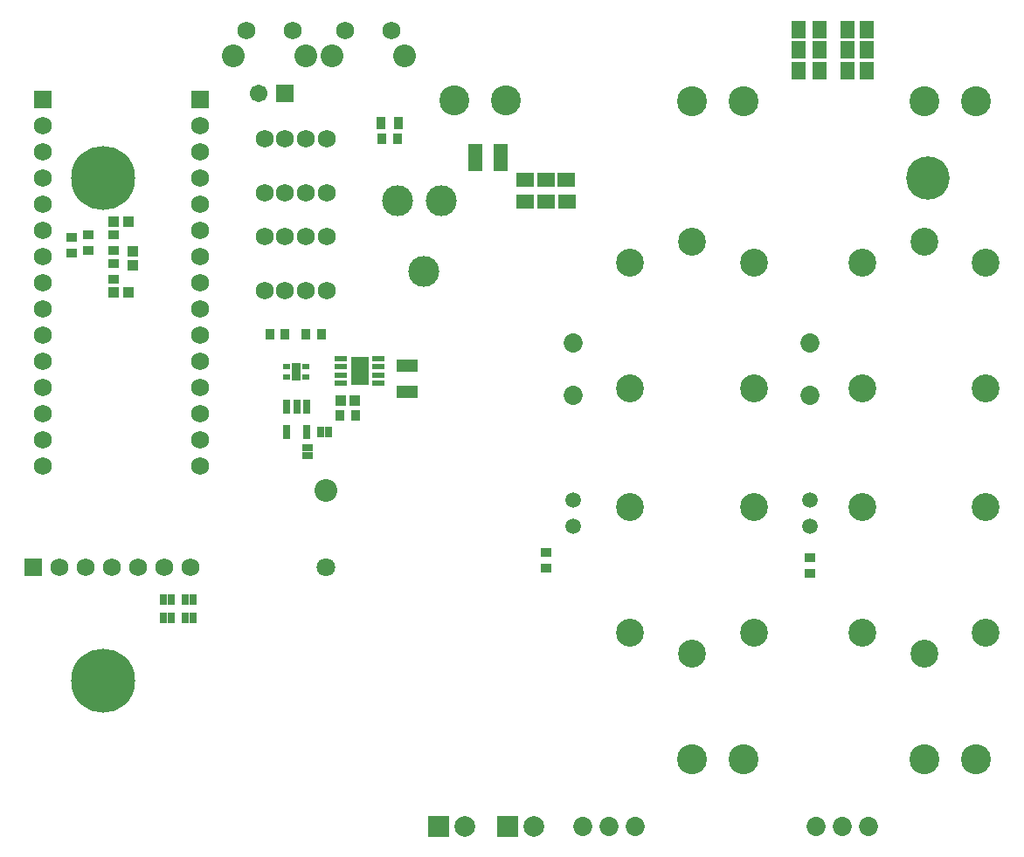
<source format=gts>
G04*
G04 #@! TF.GenerationSoftware,Altium Limited,Altium Designer,19.0.10 (269)*
G04*
G04 Layer_Color=8388736*
%FSLAX25Y25*%
%MOIN*%
G70*
G01*
G75*
%ADD38C,0.11800*%
%ADD39R,0.06706X0.05524*%
%ADD40R,0.05524X0.02572*%
%ADD41R,0.04343X0.03556*%
%ADD42R,0.05524X0.06706*%
%ADD43R,0.02769X0.03950*%
%ADD44R,0.04737X0.02375*%
%ADD45R,0.06706X0.10642*%
%ADD46R,0.03556X0.04343*%
%ADD47R,0.03950X0.04343*%
%ADD48R,0.03162X0.05328*%
%ADD49R,0.03950X0.02769*%
%ADD50R,0.02965X0.02178*%
%ADD51R,0.03556X0.07099*%
%ADD52R,0.04343X0.03950*%
%ADD53R,0.03556X0.04540*%
%ADD54R,0.08280X0.05131*%
%ADD55C,0.07296*%
%ADD56C,0.05918*%
%ADD57C,0.06824*%
%ADD58R,0.06824X0.06824*%
%ADD59C,0.11430*%
%ADD60R,0.07887X0.07887*%
%ADD61C,0.07887*%
%ADD62C,0.07099*%
%ADD63C,0.08674*%
%ADD64C,0.06706*%
%ADD65R,0.06706X0.06706*%
%ADD66C,0.06800*%
%ADD67C,0.06902*%
%ADD68R,0.06800X0.06800*%
%ADD69C,0.24422*%
%ADD70C,0.16548*%
%ADD71C,0.10642*%
D38*
X-35000Y60500D02*
D03*
X-45000Y87500D02*
D03*
X-28500D02*
D03*
D39*
X3626Y95563D02*
D03*
X19374D02*
D03*
X11500D02*
D03*
X3752Y87063D02*
D03*
X19500D02*
D03*
X11626D02*
D03*
D40*
X-5579Y107839D02*
D03*
Y105280D02*
D03*
Y102720D02*
D03*
Y100161D02*
D03*
X-15421D02*
D03*
Y102720D02*
D03*
Y105280D02*
D03*
Y107839D02*
D03*
D41*
X11500Y-52953D02*
D03*
Y-47047D02*
D03*
X-169500Y67547D02*
D03*
Y73453D02*
D03*
X112185Y-49047D02*
D03*
Y-54953D02*
D03*
X-163000Y68547D02*
D03*
Y74453D02*
D03*
X-153500Y63453D02*
D03*
Y57547D02*
D03*
X-153500Y68547D02*
D03*
Y74453D02*
D03*
D42*
X134000Y137126D02*
D03*
Y152874D02*
D03*
Y145000D02*
D03*
X126500Y137126D02*
D03*
Y152874D02*
D03*
Y145000D02*
D03*
X116000Y137126D02*
D03*
Y152874D02*
D03*
Y145000D02*
D03*
X108000Y137126D02*
D03*
Y152874D02*
D03*
Y145000D02*
D03*
D43*
X-131500Y-65000D02*
D03*
X-134500D02*
D03*
X-123000D02*
D03*
X-126000D02*
D03*
Y-72000D02*
D03*
X-123000D02*
D03*
X-134500D02*
D03*
X-131500D02*
D03*
X-74500Y-1000D02*
D03*
X-71500D02*
D03*
D44*
X-52217Y17776D02*
D03*
Y20925D02*
D03*
Y24075D02*
D03*
Y27224D02*
D03*
X-66783D02*
D03*
Y24075D02*
D03*
Y20925D02*
D03*
Y17776D02*
D03*
D45*
X-59500Y22500D02*
D03*
D46*
X-66953Y5500D02*
D03*
X-61047D02*
D03*
X-93843Y36500D02*
D03*
X-87937D02*
D03*
X-74158Y36500D02*
D03*
X-80063D02*
D03*
X-45047Y111000D02*
D03*
X-50953D02*
D03*
D47*
X-61244Y11185D02*
D03*
X-66756D02*
D03*
X-147744Y52500D02*
D03*
X-153256D02*
D03*
X-147744Y79500D02*
D03*
X-153256D02*
D03*
D48*
X-79760Y8921D02*
D03*
X-83500D02*
D03*
X-87240D02*
D03*
Y-921D02*
D03*
X-79760D02*
D03*
D49*
X-79500Y-10000D02*
D03*
Y-7000D02*
D03*
D50*
X-80059Y20000D02*
D03*
Y23937D02*
D03*
X-87343D02*
D03*
Y20000D02*
D03*
D51*
X-83701Y21969D02*
D03*
D52*
X-146000Y68256D02*
D03*
Y62744D02*
D03*
D53*
X-51445Y117000D02*
D03*
X-44555D02*
D03*
D54*
X-41500Y14579D02*
D03*
Y24421D02*
D03*
D55*
X112185Y33094D02*
D03*
Y13094D02*
D03*
X21976Y33094D02*
D03*
Y13094D02*
D03*
X134500Y-151500D02*
D03*
X124500D02*
D03*
X114500D02*
D03*
X45500D02*
D03*
X35500D02*
D03*
X25500D02*
D03*
D56*
X112185Y-26906D02*
D03*
Y-36906D02*
D03*
X21976Y-26906D02*
D03*
Y-36906D02*
D03*
D57*
X-120500Y-14000D02*
D03*
X-180500D02*
D03*
X-120500Y-4000D02*
D03*
X-180500D02*
D03*
X-120500Y6000D02*
D03*
X-180500D02*
D03*
X-120500Y16000D02*
D03*
X-180500D02*
D03*
X-120500Y26000D02*
D03*
X-180500D02*
D03*
X-120500Y36000D02*
D03*
X-180500D02*
D03*
X-120500Y46000D02*
D03*
X-180500D02*
D03*
X-120500Y56000D02*
D03*
X-180500D02*
D03*
X-120500Y66000D02*
D03*
X-180500D02*
D03*
X-120500Y76000D02*
D03*
X-180500D02*
D03*
X-120500Y86000D02*
D03*
X-180500D02*
D03*
X-120500Y96000D02*
D03*
X-180500D02*
D03*
X-120500Y106000D02*
D03*
X-180500D02*
D03*
X-120500Y116000D02*
D03*
X-180500D02*
D03*
D58*
X-120500Y126000D02*
D03*
X-180500D02*
D03*
D59*
X67216Y-126000D02*
D03*
X86901D02*
D03*
X-3658Y125906D02*
D03*
X-23343D02*
D03*
X67216Y125500D02*
D03*
X86901D02*
D03*
X155815D02*
D03*
X175500D02*
D03*
Y-126000D02*
D03*
X155815D02*
D03*
D60*
X-3000Y-151500D02*
D03*
X-29500D02*
D03*
D61*
X7000D02*
D03*
X-19500D02*
D03*
D62*
X-72500Y-52665D02*
D03*
D63*
Y-23335D02*
D03*
X-70098Y142697D02*
D03*
X-42500D02*
D03*
X-107658D02*
D03*
X-80059D02*
D03*
D64*
X-97937Y128500D02*
D03*
D65*
X-87937D02*
D03*
D66*
X-72189Y53167D02*
D03*
X-95811D02*
D03*
X-87937D02*
D03*
X-80063D02*
D03*
X-72189Y73888D02*
D03*
X-95811D02*
D03*
X-87937D02*
D03*
X-80063D02*
D03*
X-95811Y90279D02*
D03*
X-72189D02*
D03*
X-80063D02*
D03*
X-87937D02*
D03*
X-95811Y111000D02*
D03*
X-72189D02*
D03*
X-80063D02*
D03*
X-87937D02*
D03*
X-124000Y-52500D02*
D03*
X-134000D02*
D03*
X-144000D02*
D03*
X-154000D02*
D03*
X-164000D02*
D03*
X-174000D02*
D03*
D67*
X-65158Y152500D02*
D03*
X-47441D02*
D03*
X-102717D02*
D03*
X-85000D02*
D03*
D68*
X-184000Y-52500D02*
D03*
D69*
X-157283Y-96063D02*
D03*
Y96063D02*
D03*
D70*
X157283D02*
D03*
D71*
X132193Y15872D02*
D03*
Y63903D02*
D03*
X179437Y15872D02*
D03*
Y63903D02*
D03*
X155815Y71777D02*
D03*
X43595Y15872D02*
D03*
Y63903D02*
D03*
X90838Y15872D02*
D03*
Y63903D02*
D03*
X67216Y71777D02*
D03*
X179437Y-29563D02*
D03*
Y-77595D02*
D03*
X132193Y-29563D02*
D03*
Y-77595D02*
D03*
X155815Y-85469D02*
D03*
X90838Y-29563D02*
D03*
Y-77595D02*
D03*
X43595Y-29563D02*
D03*
Y-77595D02*
D03*
X67216Y-85469D02*
D03*
M02*

</source>
